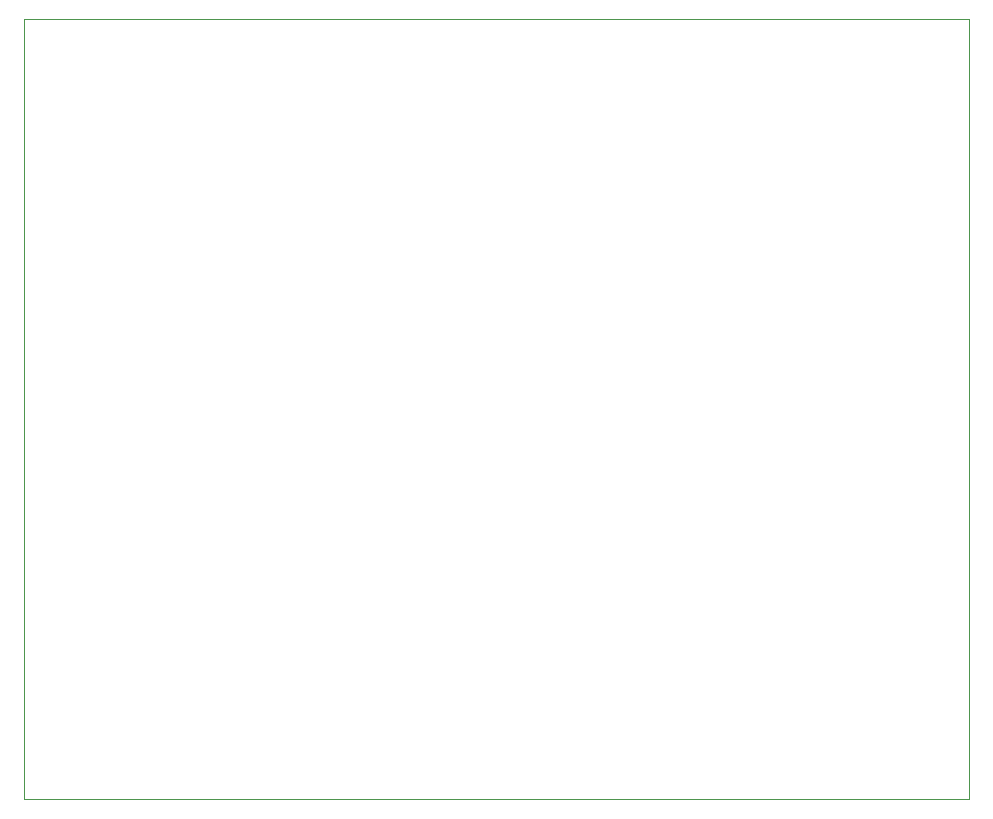
<source format=gbr>
%TF.GenerationSoftware,KiCad,Pcbnew,(5.1.10)-1*%
%TF.CreationDate,2021-08-11T22:08:48+03:00*%
%TF.ProjectId,ambient,616d6269-656e-4742-9e6b-696361645f70,rev?*%
%TF.SameCoordinates,Original*%
%TF.FileFunction,Profile,NP*%
%FSLAX46Y46*%
G04 Gerber Fmt 4.6, Leading zero omitted, Abs format (unit mm)*
G04 Created by KiCad (PCBNEW (5.1.10)-1) date 2021-08-11 22:08:48*
%MOMM*%
%LPD*%
G01*
G04 APERTURE LIST*
%TA.AperFunction,Profile*%
%ADD10C,0.050000*%
%TD*%
G04 APERTURE END LIST*
D10*
X13970000Y-80010000D02*
X13970000Y-13970000D01*
X93980000Y-80010000D02*
X13970000Y-80010000D01*
X93980000Y-78740000D02*
X93980000Y-80010000D01*
X93980000Y-13970000D02*
X93980000Y-78740000D01*
X13970000Y-13970000D02*
X93980000Y-13970000D01*
M02*

</source>
